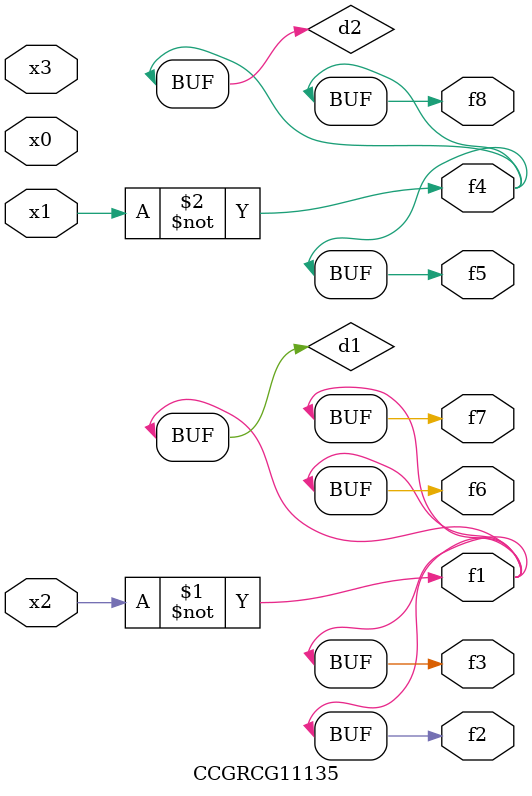
<source format=v>
module CCGRCG11135(
	input x0, x1, x2, x3,
	output f1, f2, f3, f4, f5, f6, f7, f8
);

	wire d1, d2;

	xnor (d1, x2);
	not (d2, x1);
	assign f1 = d1;
	assign f2 = d1;
	assign f3 = d1;
	assign f4 = d2;
	assign f5 = d2;
	assign f6 = d1;
	assign f7 = d1;
	assign f8 = d2;
endmodule

</source>
